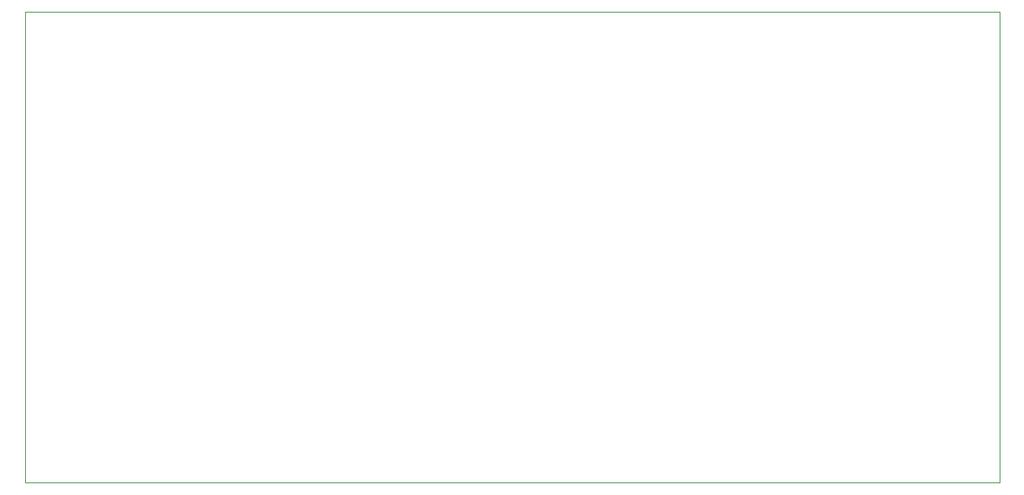
<source format=gbr>
%TF.GenerationSoftware,KiCad,Pcbnew,5.99.0-unknown-a0c54951d~102~ubuntu18.04.1*%
%TF.CreationDate,2020-08-17T14:08:58+02:00*%
%TF.ProjectId,AMPEL,414d5045-4c2e-46b6-9963-61645f706362,rev?*%
%TF.SameCoordinates,Original*%
%TF.FileFunction,Profile,NP*%
%FSLAX46Y46*%
G04 Gerber Fmt 4.6, Leading zero omitted, Abs format (unit mm)*
G04 Created by KiCad (PCBNEW 5.99.0-unknown-a0c54951d~102~ubuntu18.04.1) date 2020-08-17 14:08:58*
%MOMM*%
%LPD*%
G01*
G04 APERTURE LIST*
%TA.AperFunction,Profile*%
%ADD10C,0.100000*%
%TD*%
G04 APERTURE END LIST*
D10*
X210500000Y-118000000D02*
X105500000Y-118000000D01*
X105500000Y-118000000D02*
X105500000Y-67250000D01*
X105500000Y-67250000D02*
X210500000Y-67250000D01*
X210500000Y-67250000D02*
X210500000Y-118000000D01*
M02*

</source>
